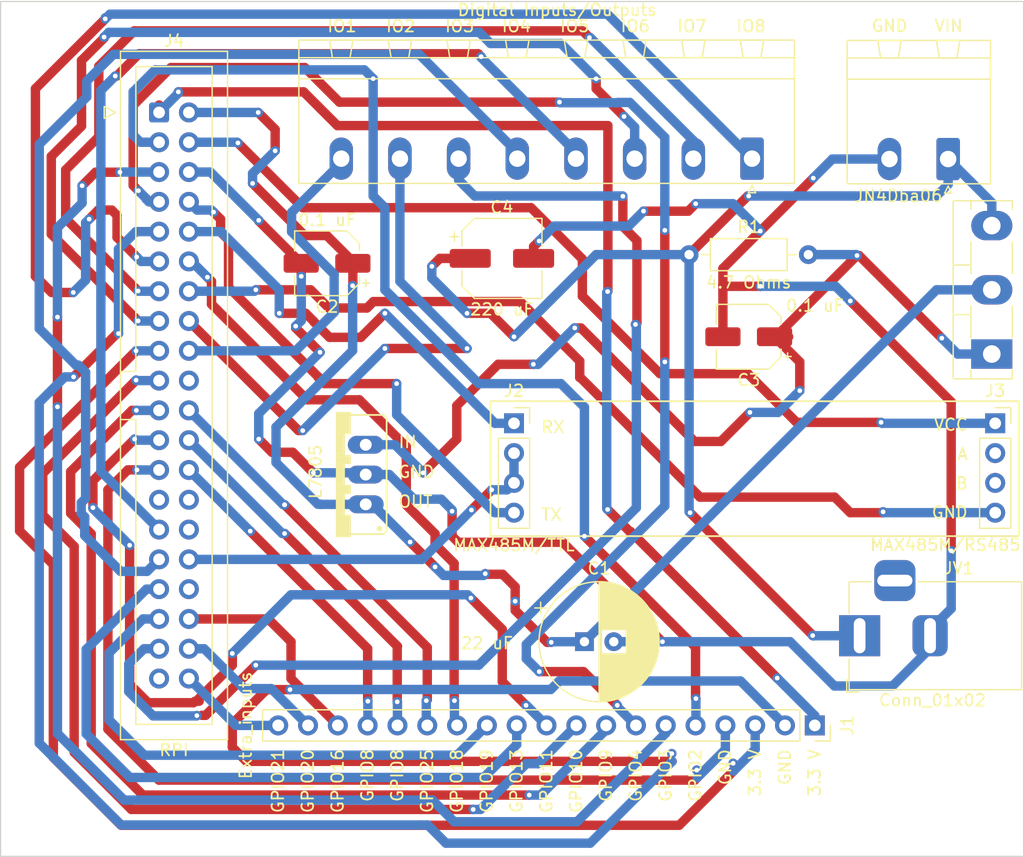
<source format=kicad_pcb>
(kicad_pcb (version 20211014) (generator pcbnew)
  (layers (0 "F.Cu" signal) (31 "B.Cu" signal) (34 "B.Paste" user) (35 "F.Paste" user) (36 "B.SilkS" user "B.Silkscreen") (37 "F.SilkS" user "F.Silkscreen") (38 "B.Mask" user) (39 "F.Mask" user) (44 "Edge.Cuts" user))
  (net 0 "")
  (net 1 "Net-(C4-Pad1)")
  (net 2 "Net-(C3-Pad1)")
  (net 3 "Net-(C1-Pad1)")
  (net 4 "Net-(J1-Pad1)")
  (net 5 "Net-(J1-Pad2)")
  (net 6 "Net-(J1-Pad3)")
  (net 7 "Net-(J1-Pad4)")
  (net 8 "Net-(J1-Pad5)")
  (net 9 "Net-(J1-Pad6)")
  (net 10 "Net-(J1-Pad7)")
  (net 11 "Net-(J1-Pad8)")
  (net 12 "Net-(J1-Pad9)")
  (net 13 "Net-(J1-Pad10)")
  (net 14 "Net-(J1-Pad11)")
  (net 15 "Net-(J1-Pad12)")
  (net 16 "Net-(J1-Pad13)")
  (net 17 "Net-(J1-Pad14)")
  (net 18 "Net-(J1-Pad15)")
  (net 19 "Net-(J1-Pad16)")
  (net 20 "Net-(J1-Pad17)")
  (net 21 "Net-(J1-Pad18)")
  (net 22 "Net-(J1-Pad19)")
  (net 23 "Net-(J2-Pad1)")
  (net 24 "Net-(J2-Pad2)")
  (net 25 "Net-(J2-Pad4)")
  (net 26 "Net-(J3-Pad1)")
  (net 29 "Net-(J3-Pad4)")
  (net 30 "Net-(J4-Pad11)")
  (net 31 "Net-(J4-Pad13)")
  (net 32 "Net-(J4-Pad15)")
  (net 33 "Net-(J4-Pad29)")
  (net 34 "Net-(J4-Pad31)")
  (net 35 "Net-(J4-Pad37)")
  (net 36 "Net-(J4-Pad16)")
  (net 37 "Net-(J4-Pad18)")
  (net 38 "Net-(C1-Pad2)")
  (footprint "AAAA:78XXS" (layer "F.Cu") (at 126.8279 96.74911 90)
    (fp_text reference "U1")
    (fp_text value "L7805")
  )
  (footprint "Package_TO_SOT_THT:TO-218-3_Vertical" (layer "F.Cu") (at 182.71 86.475 90)
    (fp_text reference "Q1")
    (fp_text value "TIP2955")
  )
  (footprint "Connector_Phoenix_MSTB:PhoenixContact_MSTBA_2,5_2-G_1x02_P5.00mm_Horizontal" (layer "F.Cu") (at 178.99 69.85 180)
    (fp_text reference "JN4Dba06")
    (fp_text value "Conn_01x02")
  )
  (footprint "Capacitor_THT:CP_Radial_D10.0mm_P2.50mm" (layer "F.Cu") (at 148 111)
    (fp_text reference "C1")
    (fp_text value "22 uF")
  )
  (footprint "Connector_IDC:IDC-Header_2x20_P2.54mm_Vertical" (layer "F.Cu") (at 111.76 65.88)
    (fp_text reference "J4")
    (fp_text value "RPI")
  )
  (footprint "Capacitor_SMD:CP_Elec_6.3x7.7" (layer "F.Cu") (at 140.97 78.32)
    (fp_text reference "C4")
    (fp_text value "220 uF")
  )
  (footprint "Capacitor_SMD:CP_Elec_5x3" (layer "F.Cu") (at 126.07 78.74 180)
    (fp_text reference "C2")
    (fp_text value "0.1 uF")
  )
  (footprint "Connector_PinSocket_2.54mm:PinSocket_1x04_P2.54mm_Vertical" (layer "F.Cu") (at 183 92.38)
    (fp_text reference "J3")
    (fp_text value "MAX485M/RS485")
  )
  (footprint "Connector_PinSocket_2.54mm:PinSocket_1x19_P2.54mm_Vertical" (layer "F.Cu") (at 167.63 118.135 -90)
    (fp_text reference "J1")
    (fp_text value "Extra_inputs")
  )
  (footprint "Connector_Phoenix_MSTB:PhoenixContact_MSTBA_2,5_8-G_1x08_P5.00mm_Horizontal" (layer "F.Cu") (at 162.28 69.8175 180)
    (fp_text reference "JIO-1")
    (fp_text value "Digital Inputs/Outputs")
  )
  (footprint "Resistor_THT:R_Axial_DIN0207_L6.3mm_D2.5mm_P10.16mm_Horizontal" (layer "F.Cu") (at 156.92 78)
    (fp_text reference "R1")
    (fp_text value "4.7 Ohms")
  )
  (footprint "Capacitor_SMD:CP_Elec_5x3" (layer "F.Cu") (at 162 85 180)
    (fp_text reference "C3")
    (fp_text value "0.1 uF")
  )
  (footprint "Connector_BarrelJack:BarrelJack_Horizontal" (layer "F.Cu") (at 171.45 110.49 180)
    (fp_text reference "JV1")
    (fp_text value "Conn_01x02")
  )
  (footprint "Connector_PinSocket_2.54mm:PinSocket_1x04_P2.54mm_Vertical" (layer "F.Cu") (at 142 92.38)
    (fp_text reference "J2")
    (fp_text value "MAX485M/TTL")
  )
  (gr_rect (start 140 90.5) (end 185 102) (layer "F.SilkS") (width 0.15) (fill none))
  (gr_rect (start 98.255 129.3) (end 185.42 56.42) (layer "Edge.Cuts") (width 0.1) (fill none))
  (gr_text "B" (at 180.75 97.5) (layer "F.SilkS") (effects (font (size 1 1)) (justify right)))
  (gr_text "IO5" (at 147.17 58.517324) (layer "F.SilkS") (effects (font (size 1 1))))
  (gr_text "GND" (at 174 58.5) (layer "F.SilkS") (effects (font (size 1 1))))
  (gr_text "VIN" (at 179.034137 58.502676) (layer "F.SilkS") (effects (font (size 1 1))))
  (gr_text "GPIO25" (at 134.59 120.07 90) (layer "F.SilkS") (effects (font (size 1 1)) (justify right)))
  (gr_text "GPIO20" (at 124.43 120.07 90) (layer "F.SilkS") (effects (font (size 1 1)) (justify right)))
  (gr_text "GND" (at 180.74648 99.975301) (layer "F.SilkS") (effects (font (size 1 1)) (justify right)))
  (gr_text "GPIO8" (at 132.05 120.07 90) (layer "F.SilkS") (effects (font (size 1 1)) (justify right)))
  (gr_text "GPIO4" (at 152.37 120.07 90) (layer "F.SilkS") (effects (font (size 1 1)) (justify right)))
  (gr_text "GPIO19" (at 139.67 120.07 90) (layer "F.SilkS") (effects (font (size 1 1)) (justify right)))
  (gr_text "GND" (at 165.07 120.07 90) (layer "F.SilkS") (effects (font (size 1 1)) (justify right)))
  (gr_text "IO2" (at 132.342734 58.52) (layer "F.SilkS") (effects (font (size 1 1))))
  (gr_text "VCC" (at 180.75 92.5) (layer "F.SilkS") (effects (font (size 1 1)) (justify right)))
  (gr_text "A" (at 180.74648 95) (layer "F.SilkS") (effects (font (size 1 1)) (justify right)))
  (gr_text "GPIO8" (at 129.51 120.07 90) (layer "F.SilkS") (effects (font (size 1 1)) (justify right)))
  (gr_text "IO7" (at 157.165863 58.517324) (layer "F.SilkS") (effects (font (size 1 1))))
  (gr_text "GPIO2" (at 157.45 120.07 90) (layer "F.SilkS") (effects (font (size 1 1)) (justify right)))
  (gr_text "GPIO3" (at 154.91 120.07 90) (layer "F.SilkS") (effects (font (size 1 1)) (justify right)))
  (gr_text "IO1" (at 127.34 58.52) (layer "F.SilkS") (effects (font (size 1 1))))
  (gr_text "GPIO16" (at 126.97 120.07 90) (layer "F.SilkS") (effects (font (size 1 1)) (justify right)))
  (gr_text "GND" (at 132.05884 96.52) (layer "F.SilkS") (effects (font (size 1 1)) (justify left)))
  (gr_text "GPIO13" (at 142.21 120.07 90) (layer "F.SilkS") (effects (font (size 1 1)) (justify right)))
  (gr_text "TX" (at 144.24648 100.172625) (layer "F.SilkS") (effects (font (size 1 1)) (justify left)))
  (gr_text "GPIO21" (at 121.89 120.07 90) (layer "F.SilkS") (effects (font (size 1 1)) (justify right)))
  (gr_text "IN" (at 132.08 93.98) (layer "F.SilkS") (effects (font (size 1 1)) (justify left)))
  (gr_text "RX" (at 144.25 92.697324) (layer "F.SilkS") (effects (font (size 1 1)) (justify left)))
  (gr_text "GPIO11" (at 144.75 120.07 90) (layer "F.SilkS") (effects (font (size 1 1)) (justify right)))
  (gr_text "IO6" (at 152.33 58.52) (layer "F.SilkS") (effects (font (size 1 1))))
  (gr_text "3.3 V" (at 167.61 120.07 90) (layer "F.SilkS") (effects (font (size 1 1)) (justify right)))
  (gr_text "OUT" (at 132.08 99.06) (layer "F.SilkS") (effects (font (size 1 1)) (justify left)))
  (gr_text "IO8" (at 162.2 58.52) (layer "F.SilkS") (effects (font (size 1 1))))
  (gr_text "GPIO10" (at 147.29 120.07 90) (layer "F.SilkS") (effects (font (size 1 1)) (justify right)))
  (gr_text "GPIO18" (at 137.13 120.07 90) (layer "F.SilkS") (effects (font (size 1 1)) (justify right)))
  (gr_text "GPIO9" (at 149.83 120.07 90) (layer "F.SilkS") (effects (font (size 1 1)) (justify right)))
  (gr_text "3.3 V" (at 162.53 120.07 90) (layer "F.SilkS") (effects (font (size 1 1)) (justify right)))
  (gr_text "IO3\n" (at 137.37 58.52) (layer "F.SilkS") (effects (font (size 1 1))))
  (gr_text "GND" (at 159.99 120.07 90) (layer "F.SilkS") (effects (font (size 1 1)) (justify right)))
  (gr_text "IO4" (at 142.21 58.52) (layer "F.SilkS") (effects (font (size 1 1))))
  (segment (start 161.92 73) (end 156.92 78) (width 0.8) (layer "F.Cu") (net 1))
  (segment (start 167.475 110.475) (end 167.45 110.475) (width 0.8) (layer "F.Cu") (net 1))
  (segment (start 167.49 110.49) (end 167.475 110.475) (width 0.8) (layer "F.Cu") (net 1))
  (segment (start 135.68 78.32) (end 138.27 78.32) (width 0.8) (layer "F.Cu") (net 1))
  (segment (start 135 79) (end 135.68 78.32) (width 0.8) (layer "F.Cu") (net 1))
  (segment (start 167.49 110.49) (end 157 100) (width 0.8) (layer "F.Cu") (net 1))
  (segment (start 140 83) (end 138 83) (width 0.8) (layer "F.Cu") (net 1))
  (segment (start 162 73) (end 161.92 73) (width 0.8) (layer "F.Cu") (net 1))
  (segment (start 142 85) (end 140 83) (width 0.8) (layer "F.Cu") (net 1))
  (via (at 162 73) (size 0.8) (drill 0.4) (layers "F.Cu" "B.Cu") (net 1))
  (via (at 142 85) (size 0.8) (drill 0.4) (layers "F.Cu" "B.Cu") (net 1))
  (via (at 135 79) (size 0.8) (drill 0.4) (layers "F.Cu" "B.Cu") (net 1))
  (via (at 157 100) (size 0.8) (drill 0.4) (layers "F.Cu" "B.Cu") (net 1))
  (via (at 167.45 110.475) (size 0.8) (drill 0.4) (layers "F.Cu" "B.Cu") (net 1))
  (via (at 138 83) (size 0.8) (drill 0.4) (layers "F.Cu" "B.Cu") (net 1))
  (segment (start 167.45 110.475) (end 167.465 110.49) (width 0.8) (layer "B.Cu") (net 1))
  (segment (start 138 83) (end 135 80) (width 0.8) (layer "B.Cu") (net 1))
  (segment (start 178 73) (end 162 73) (width 0.8) (layer "B.Cu") (net 1))
  (segment (start 167.465 110.49) (end 171.45 110.49) (width 0.8) (layer "B.Cu") (net 1))
  (segment (start 156.92 78) (end 149 78) (width 0.8) (layer "B.Cu") (net 1))
  (segment (start 149 78) (end 142 85) (width 0.8) (layer "B.Cu") (net 1))
  (segment (start 182.71 75.525) (end 182.71 73.57) (width 0.8) (layer "B.Cu") (net 1))
  (segment (start 156.92 99.92) (end 156.92 78) (width 0.8) (layer "B.Cu") (net 1))
  (segment (start 135 80) (end 135 79) (width 0.8) (layer "B.Cu") (net 1))
  (segment (start 178 73) (end 178.99 72.01) (width 0.8) (layer "B.Cu") (net 1))
  (segment (start 157 100) (end 156.92 99.92) (width 0.8) (layer "B.Cu") (net 1))
  (segment (start 178.99 72.01) (end 178.99 69.85) (width 0.8) (layer "B.Cu") (net 1))
  (segment (start 182.71 73.57) (end 178.99 69.85) (width 0.8) (layer "B.Cu") (net 1))
  (segment (start 164.2 85) (end 165.4 85) (width 0.8) (layer "F.Cu") (net 2))
  (segment (start 140.65 87.35) (end 143.65 87.35) (width 0.8) (layer "F.Cu") (net 2))
  (segment (start 164.3 85) (end 171.225 78.075) (width 0.8) (layer "F.Cu") (net 2))
  (segment (start 178.45 85.125) (end 171.4 78.075) (width 0.8) (layer "F.Cu") (net 2))
  (segment (start 137.125 93.725) (end 137.125 90.875) (width 0.8) (layer "F.Cu") (net 2))
  (segment (start 147.7 84.25) (end 157.375 93.925) (width 0.8) (layer "F.Cu") (net 2))
  (segment (start 147.175 84.25) (end 147.7 84.25) (width 0.8) (layer "F.Cu") (net 2))
  (segment (start 164.2 85) (end 164.3 85) (width 0.8) (layer "F.Cu") (net 2))
  (segment (start 134.25 96.6) (end 137.125 93.725) (width 0.8) (layer "F.Cu") (net 2))
  (segment (start 159.625 93.925) (end 162.1 91.45) (width 0.8) (layer "F.Cu") (net 2))
  (segment (start 171.4 78.075) (end 171.225 78.075) (width 0.8) (layer "F.Cu") (net 2))
  (segment (start 166.35 89.6) (end 166.35 87.15) (width 0.8) (layer "F.Cu") (net 2))
  (segment (start 157.375 93.925) (end 159.625 93.925) (width 0.8) (layer "F.Cu") (net 2))
  (segment (start 137.125 90.875) (end 140.65 87.35) (width 0.8) (layer "F.Cu") (net 2))
  (segment (start 166.35 87.15) (end 164.2 85) (width 0.8) (layer "F.Cu") (net 2))
  (via (at 143.65 87.35) (size 0.8) (drill 0.4) (layers "F.Cu" "B.Cu") (net 2))
  (via (at 162.1 91.45) (size 0.8) (drill 0.4) (layers "F.Cu" "B.Cu") (net 2))
  (via (at 171.225 78.075) (size 0.8) (drill 0.4) (layers "F.Cu" "B.Cu") (net 2))
  (via (at 178.45 85.125) (size 0.8) (drill 0.4) (layers "F.Cu" "B.Cu") (net 2))
  (via (at 166.35 89.6) (size 0.8) (drill 0.4) (layers "F.Cu" "B.Cu") (net 2))
  (via (at 134.25 96.6) (size 0.8) (drill 0.4) (layers "F.Cu" "B.Cu") (net 2))
  (via (at 147.175 84.25) (size 0.8) (drill 0.4) (layers "F.Cu" "B.Cu") (net 2))
  (segment (start 182.71 86.475) (end 179.8 86.475) (width 0.8) (layer "B.Cu") (net 2))
  (segment (start 162.1 91.45) (end 164.5 91.45) (width 0.8) (layer "B.Cu") (net 2))
  (segment (start 179.8 86.475) (end 178.45 85.125) (width 0.8) (layer "B.Cu") (net 2))
  (segment (start 147.15 84.25) (end 147.175 84.25) (width 0.8) (layer "B.Cu") (net 2))
  (segment (start 147.1 84.3) (end 147.15 84.25) (width 0.8) (layer "B.Cu") (net 2))
  (segment (start 131.85911 94.20911) (end 134.25 96.6) (width 0.8) (layer "B.Cu") (net 2))
  (segment (start 164.5 91.45) (end 166.35 89.6) (width 0.8) (layer "B.Cu") (net 2))
  (segment (start 144.05 87.35) (end 147.1 84.3) (width 0.8) (layer "B.Cu") (net 2))
  (segment (start 129.3679 94.20911) (end 131.85911 94.20911) (width 0.8) (layer "B.Cu") (net 2))
  (segment (start 171.15 78) (end 167.08 78) (width 0.8) (layer "B.Cu") (net 2))
  (segment (start 171.225 78.075) (end 171.15 78) (width 0.8) (layer "B.Cu") (net 2))
  (segment (start 143.65 87.35) (end 144.05 87.35) (width 0.8) (layer "B.Cu") (net 2))
  (segment (start 126.05 76.375) (end 124.25 76.375) (width 0.8) (layer "F.Cu") (net 3))
  (segment (start 142.1 106.325) (end 141.025 105.25) (width 0.8) (layer "F.Cu") (net 3))
  (segment (start 128.27 78.74) (end 128.27 78.595) (width 0.8) (layer "F.Cu") (net 3))
  (segment (start 128.27 80.63) (end 128.25 80.65) (width 0.8) (layer "F.Cu") (net 3))
  (segment (start 142.1 107.55) (end 142.1 106.325) (width 0.8) (layer "F.Cu") (net 3))
  (segment (start 128.27 78.595) (end 126.425 76.75) (width 0.8) (layer "F.Cu") (net 3))
  (segment (start 144.825 111.05) (end 145.175 111.05) (width 0.8) (layer "F.Cu") (net 3))
  (segment (start 139.6 105.25) (end 139.55 105.2) (width 0.8) (layer "F.Cu") (net 3))
  (segment (start 128.27 78.74) (end 128.27 80.63) (width 0.8) (layer "F.Cu") (net 3))
  (segment (start 126.425 76.75) (end 126.05 76.375) (width 0.8) (layer "F.Cu") (net 3))
  (segment (start 124.25 76.375) (end 124.175 76.375) (width 0.8) (layer "F.Cu") (net 3))
  (segment (start 141.025 105.25) (end 139.6 105.25) (width 0.8) (layer "F.Cu") (net 3))
  (segment (start 121.65 67.325) (end 120.205 65.88) (width 0.8) (layer "F.Cu") (net 3))
  (segment (start 124.175 76.375) (end 119.725 71.925) (width 0.8) (layer "F.Cu") (net 3))
  (segment (start 142.1 108.325) (end 144.825 111.05) (width 0.8) (layer "F.Cu") (net 3))
  (segment (start 135.275 104.625) (end 133.15 102.5) (width 0.8) (layer "F.Cu") (net 3))
  (segment (start 121.65 69.15) (end 121.65 67.325) (width 0.8) (layer "F.Cu") (net 3))
  (segment (start 142.1 107.55) (end 142.1 108.325) (width 0.8) (layer "F.Cu") (net 3))
  (via (at 121.65 69.15) (size 0.8) (drill 0.4) (layers "F.Cu" "B.Cu") (net 3))
  (via (at 133.15 102.5) (size 0.8) (drill 0.4) (layers "F.Cu" "B.Cu") (net 3))
  (via (at 142.1 107.55) (size 0.8) (drill 0.4) (layers "F.Cu" "B.Cu") (net 3))
  (via (at 120.205 65.88) (size 0.8) (drill 0.4) (layers "F.Cu" "B.Cu") (net 3))
  (via (at 128.25 80.65) (size 0.8) (drill 0.4) (layers "F.Cu" "B.Cu") (net 3))
  (via (at 145.175 111.05) (size 0.8) (drill 0.4) (layers "F.Cu" "B.Cu") (net 3))
  (via (at 135.275 104.625) (size 0.8) (drill 0.4) (layers "F.Cu" "B.Cu") (net 3))
  (via (at 139.55 105.2) (size 0.8) (drill 0.4) (layers "F.Cu" "B.Cu") (net 3))
  (via (at 119.725 71.925) (size 0.8) (drill 0.4) (layers "F.Cu" "B.Cu") (net 3))
  (segment (start 145.225 111) (end 148 111) (width 0.8) (layer "B.Cu") (net 3))
  (segment (start 136 105.35) (end 135.275 104.625) (width 0.8) (layer "B.Cu") (net 3))
  (segment (start 121.725 95.725) (end 125.275 99.275) (width 0.8) (layer "B.Cu") (net 3))
  (segment (start 128.25 86.175) (end 121.725 92.7) (width 0.8) (layer "B.Cu") (net 3))
  (segment (start 121.725 92.7) (end 121.725 95.725) (width 0.8) (layer "B.Cu") (net 3))
  (segment (start 128.25 80.65) (end 128.25 86.175) (width 0.8) (layer "B.Cu") (net 3))
  (segment (start 178 81) (end 148 111) (width 0.8) (layer "B.Cu") (net 3))
  (segment (start 119.725 71.925) (end 119.725 71.075) (width 0.8) (layer "B.Cu") (net 3))
  (segment (start 145.175 111.05) (end 145.225 111) (width 0.8) (layer "B.Cu") (net 3))
  (segment (start 119.725 71.075) (end 121.65 69.15) (width 0.8) (layer "B.Cu") (net 3))
  (segment (start 125.275 99.275) (end 125.5 99.275) (width 0.8) (layer "B.Cu") (net 3))
  (segment (start 129.3679 99.28911) (end 129.93911 99.28911) (width 0.8) (layer "B.Cu") (net 3))
  (segment (start 125.51411 99.28911) (end 129.3679 99.28911) (width 0.8) (layer "B.Cu") (net 3))
  (segment (start 125.5 99.275) (end 125.51411 99.28911) (width 0.8) (layer "B.Cu") (net 3))
  (segment (start 120.205 65.88) (end 114.3 65.88) (width 0.8) (layer "B.Cu") (net 3))
  (segment (start 182.71 81) (end 178 81) (width 0.8) (layer "B.Cu") (net 3))
  (segment (start 129.93911 99.28911) (end 133.15 102.5) (width 0.8) (layer "B.Cu") (net 3))
  (segment (start 139.55 105.2) (end 139.4 105.35) (width 0.8) (layer "B.Cu") (net 3))
  (segment (start 139.4 105.35) (end 136 105.35) (width 0.8) (layer "B.Cu") (net 3))
  (segment (start 149.975 81.15) (end 150 81.125) (width 0.8) (layer "F.Cu") (net 4))
  (segment (start 149.975 99.725) (end 151.85 101.6) (width 0.8) (layer "F.Cu") (net 4))
  (segment (start 151.925 101.6) (end 164.425 114.1) (width 0.8) (layer "F.Cu") (net 4))
  (segment (start 150 67) (end 126.952944 67) (width 0.8) (layer "F.Cu") (net 4))
  (segment (start 111.76 65.88) (end 111.76 65.24) (width 0.8) (layer "F.Cu") (net 4))
  (segment (start 124.077944 64.125) (end 113.4 64.125) (width 0.8) (layer "F.Cu") (net 4))
  (segment (start 126.952944 67) (end 124.077944 64.125) (width 0.8) (layer "F.Cu") (net 4))
  (segment (start 151.85 101.6) (end 151.925 101.6) (width 0.8) (layer "F.Cu") (net 4))
  (segment (start 150 81.125) (end 150 67) (width 0.8) (layer "F.Cu") (net 4))
  (via (at 149.975 81.15) (size 0.8) (drill 0.4) (layers "F.Cu" "B.Cu") (net 4))
  (via (at 113.4 64.125) (size 0.8) (drill 0.4) (layers "F.Cu" "B.Cu") (net 4))
  (via (at 164.425 114.1) (size 0.8) (drill 0.4) (layers "F.Cu" "B.Cu") (net 4))
  (via (at 149.975 99.725) (size 0.8) (drill 0.4) (layers "F.Cu" "B.Cu") (net 4))
  (segment (start 149.9 99.65) (end 149.9 81.225) (width 0.8) (layer "B.Cu") (net 4))
  (segment (start 164.425 114.1) (end 167.63 117.305) (width 0.8) (layer "B.Cu") (net 4))
  (segment (start 113.4 64.24) (end 111.76 65.88) (width 0.8) (layer "B.Cu") (net 4))
  (segment (start 149.975 99.725) (end 149.9 99.65) (width 0.8) (layer "B.Cu") (net 4))
  (segment (start 149.9 81.225) (end 149.975 81.15) (width 0.8) (layer "B.Cu") (net 4))
  (segment (start 113.4 64.125) (end 113.4 64.24) (width 0.8) (layer "B.Cu") (net 4))
  (segment (start 167.63 117.305) (end 167.63 118.135) (width 0.8) (layer "B.Cu") (net 4))
  (segment (start 122.915201 115.084799) (end 120.915201 115.084799) (width 0.8) (layer "F.Cu") (net 5))
  (segment (start 155.475 121.2) (end 119.2 121.2) (width 0.8) (layer "F.Cu") (net 5))
  (segment (start 108.175 84.725) (end 104.475 88.425) (width 0.8) (layer "F.Cu") (net 5))
  (segment (start 118 120) (end 118 118) (width 0.8) (layer "F.Cu") (net 5))
  (segment (start 120.915201 115.084799) (end 118 118) (width 0.8) (layer "F.Cu") (net 5))
  (segment (start 119.2 121.2) (end 118 120) (width 0.8) (layer "F.Cu") (net 5))
  (segment (start 108.3 84.725) (end 108.175 84.725) (width 0.8) (layer "F.Cu") (net 5))
  (via (at 108.3 84.725) (size 0.8) (drill 0.4) (layers "F.Cu" "B.Cu") (net 5))
  (via (at 155.445 120.54) (size 0.8) (drill 0.4) (layers "F.Cu" "B.Cu") (net 5))
  (via (at 104.475 88.425) (size 0.8) (drill 0.4) (layers "F.Cu" "B.Cu") (net 5))
  (via (at 122.915201 115.084799) (size 0.8) (drill 0.4) (layers "F.Cu" "B.Cu") (net 5))
  (segment (start 101.55 90.6) (end 101.55 119.65) (width 0.8) (layer "B.Cu") (net 5))
  (segment (start 109.785 76.04) (end 108.3 77.525) (width 0.8) (layer "B.Cu") (net 5))
  (segment (start 111.76 76.04) (end 109.785 76.04) (width 0.8) (layer "B.Cu") (net 5))
  (segment (start 161.305 114.35) (end 145.852082 114.35) (width 0.8) (layer "B.Cu") (net 5))
  (segment (start 104.475 88.425) (end 103.725 88.425) (width 0.8) (layer "B.Cu") (net 5))
  (segment (start 134 126.625) (end 134.65 126.625) (width 0.8) (layer "B.Cu") (net 5))
  (segment (start 108.3 77.525) (end 108.3 84.725) (width 0.8) (layer "B.Cu") (net 5))
  (segment (start 145.852082 114.35) (end 145.127082 115.075) (width 0.8) (layer "B.Cu") (net 5))
  (segment (start 103.725 88.425) (end 101.55 90.6) (width 0.8) (layer "B.Cu") (net 5))
  (segment (start 136.2 128.175) (end 148.5 128.175) (width 0.8) (layer "B.Cu") (net 5))
  (segment (start 165.09 118.135) (end 161.305 114.35) (width 0.8) (layer "B.Cu") (net 5))
  (segment (start 145.127082 115.075) (end 122.925 115.075) (width 0.8) (layer "B.Cu") (net 5))
  (segment (start 122.925 115.075) (end 122.915201 115.084799) (width 0.8) (layer "B.Cu") (net 5))
  (segment (start 148.5 128.175) (end 155.475 121.2) (width 0.8) (layer "B.Cu") (net 5))
  (segment (start 108.525 126.625) (end 134 126.625) (width 0.8) (layer "B.Cu") (net 5))
  (segment (start 134.65 126.625) (end 136.2 128.175) (width 0.8) (layer "B.Cu") (net 5))
  (segment (start 101.55 119.65) (end 108.525 126.625) (width 0.8) (layer "B.Cu") (net 5))
  (segment (start 102.75 120.875) (end 108.525 126.65) (width 0.8) (layer "F.Cu") (net 6))
  (segment (start 99.875 101.55) (end 102.75 104.425) (width 0.8) (layer "F.Cu") (net 6))
  (segment (start 108.525 126.65) (end 156.075 126.65) (width 0.8) (layer "F.Cu") (net 6))
  (segment (start 160.675 122) (end 160.7 122.025) (width 0.8) (layer "F.Cu") (net 6))
  (segment (start 156.075 126.65) (end 160.7 122.025) (width 0.8) (layer "F.Cu") (net 6))
  (segment (start 99.875 96.125) (end 99.875 101.55) (width 0.8) (layer "F.Cu") (net 6))
  (segment (start 102.75 104.425) (end 102.75 120.875) (width 0.8) (layer "F.Cu") (net 6))
  (segment (start 109.8 86.2) (end 99.875 96.125) (width 0.8) (layer "F.Cu") (net 6))
  (via (at 109.8 86.2) (size 0.8) (drill 0.4) (layers "F.Cu" "B.Cu") (net 6))
  (via (at 160.67 121.365) (size 0.8) (drill 0.4) (layers "F.Cu" "B.Cu") (net 6))
  (segment (start 111.76 86.2) (end 109.8 86.2) (width 0.8) (layer "B.Cu") (net 6))
  (segment (start 162.55 120.175) (end 162.55 118.135) (width 0.8) (layer "B.Cu") (net 6))
  (segment (start 160.7 122.025) (end 162.55 120.175) (width 0.8) (layer "B.Cu") (net 6))
  (segment (start 109.1 96.35) (end 107.4 98.05) (width 0.8) (layer "F.Cu") (net 7))
  (segment (start 157.4 122.8) (end 157.6 122.6) (width 0.8) (layer "F.Cu") (net 7))
  (segment (start 111.75 122.8) (end 157.4 122.8) (width 0.8) (layer "F.Cu") (net 7))
  (segment (start 109.875 96.35) (end 109.1 96.35) (width 0.8) (layer "F.Cu") (net 7))
  (segment (start 107.4 98.05) (end 107.4 118.45) (width 0.8) (layer "F.Cu") (net 7))
  (segment (start 107.4 118.45) (end 111.75 122.8) (width 0.8) (layer "F.Cu") (net 7))
  (via (at 109.875 96.35) (size 0.8) (drill 0.4) (layers "F.Cu" "B.Cu") (net 7))
  (via (at 157.57 121.94) (size 0.8) (drill 0.4) (layers "F.Cu" "B.Cu") (net 7))
  (segment (start 160.01 120.19) (end 157.6 122.6) (width 0.8) (layer "B.Cu") (net 7))
  (segment (start 111.76 96.36) (end 109.885 96.36) (width 0.8) (layer "B.Cu") (net 7))
  (segment (start 160.01 118.135) (end 160.01 120.19) (width 0.8) (layer "B.Cu") (net 7))
  (segment (start 109.885 96.36) (end 109.875 96.35) (width 0.8) (layer "B.Cu") (net 7))
  (segment (start 157.47 111.47) (end 157.47 115.82) (width 0.8) (layer "F.Cu") (net 8))
  (segment (start 157.47 115.82) (end 157.5 115.85) (width 0.8) (layer "F.Cu") (net 8))
  (segment (start 148 102) (end 157.47 111.47) (width 0.8) (layer "F.Cu") (net 8))
  (via (at 130 63) (size 0.8) (drill 0.4) (layers "F.Cu" "B.Cu") (net 8))
  (via (at 148 102) (size 0.8) (drill 0.4) (layers "F.Cu" "B.Cu") (net 8))
  (via (at 157.5 115.85) (size 0.8) (drill 0.4) (layers "F.Cu" "B.Cu") (net 8))
  (segment (start 157.5 118.105) (end 157.47 118.135) (width 0.8) (layer "B.Cu") (net 8))
  (segment (start 148 91) (end 148 102) (width 0.8) (layer "B.Cu") (net 8))
  (segment (start 130 73) (end 131 74) (width 0.8) (layer "B.Cu") (net 8))
  (segment (start 129.25 62.25) (end 130 63) (width 0.8) (layer "B.Cu") (net 8))
  (segment (start 109.55 67.8) (end 109.55 64.125) (width 0.8) (layer "B.Cu") (net 8))
  (segment (start 157.5 115.85) (end 157.5 118.105) (width 0.8) (layer "B.Cu") (net 8))
  (segment (start 146 89) (end 148 91) (width 0.8) (layer "B.Cu") (net 8))
  (segment (start 111.425 62.25) (end 129.25 62.25) (width 0.8) (layer "B.Cu") (net 8))
  (segment (start 139 89) (end 146 89) (width 0.8) (layer "B.Cu") (net 8))
  (segment (start 131 74) (end 131 81) (width 0.8) (layer "B.Cu") (net 8))
  (segment (start 110.17 68.42) (end 109.55 67.8) (width 0.8) (layer "B.Cu") (net 8))
  (segment (start 109.55 64.125) (end 111.425 62.25) (width 0.8) (layer "B.Cu") (net 8))
  (segment (start 111.76 68.42) (end 110.17 68.42) (width 0.8) (layer "B.Cu") (net 8))
  (segment (start 130 63) (end 130 73) (width 0.8) (layer "B.Cu") (net 8))
  (segment (start 131 81) (end 139 89) (width 0.8) (layer "B.Cu") (net 8))
  (segment (start 106.35 70.975) (end 105.2 72.125) (width 0.8) (layer "F.Cu") (net 9))
  (segment (start 103.1 83.325) (end 103.1 90.975) (width 0.8) (layer "F.Cu") (net 9))
  (segment (start 108.425 70.975) (end 106.35 70.975) (width 0.8) (layer "F.Cu") (net 9))
  (via (at 103.1 90.975) (size 0.8) (drill 0.4) (layers "F.Cu" "B.Cu") (net 9))
  (via (at 105.2 72.125) (size 0.8) (drill 0.4) (layers "F.Cu" "B.Cu") (net 9))
  (via (at 108.425 70.975) (size 0.8) (drill 0.4) (layers "F.Cu" "B.Cu") (net 9))
  (via (at 103.1 83.325) (size 0.8) (drill 0.4) (layers "F.Cu" "B.Cu") (net 9))
  (segment (start 103.1 118.825) (end 108.775 124.5) (width 0.8) (layer "B.Cu") (net 9))
  (segment (start 154.93 118.795) (end 154.93 118.135) (width 0.8) (layer "B.Cu") (net 9))
  (segment (start 147.375 126.35) (end 154.93 118.795) (width 0.8) (layer "B.Cu") (net 9))
  (segment (start 111.76 70.96) (end 108.44 70.96) (width 0.8) (layer "B.Cu") (net 9))
  (segment (start 103.1 83.325) (end 103.1 75.7) (width 0.8) (layer "B.Cu") (net 9))
  (segment (start 154.95 118.155) (end 154.93 118.135) (width 0.8) (layer "B.Cu") (net 9))
  (segment (start 154.95 118.775) (end 154.95 118.155) (width 0.8) (layer "B.Cu") (net 9))
  (segment (start 108.775 124.5) (end 135.05 124.5) (width 0.8) (layer "B.Cu") (net 9))
  (segment (start 105.2 73.6) (end 105.2 72.125) (width 0.8) (layer "B.Cu") (net 9))
  (segment (start 135.05 124.5) (end 136.9 126.35) (width 0.8) (layer "B.Cu") (net 9))
  (segment (start 136.9 126.35) (end 147.375 126.35) (width 0.8) (layer "B.Cu") (net 9))
  (segment (start 103.1 90.975) (end 103.1 118.825) (width 0.8) (layer "B.Cu") (net 9))
  (segment (start 103.1 75.7) (end 105.2 73.6) (width 0.8) (layer "B.Cu") (net 9))
  (segment (start 108.44 70.96) (end 108.425 70.975) (width 0.8) (layer "B.Cu") (net 9))
  (segment (start 112.775 62.05) (end 124.175 62.05) (width 0.8) (layer "F.Cu") (net 10))
  (segment (start 154.85 75.925) (end 154.85 87.15) (width 0.8) (layer "F.Cu") (net 10))
  (segment (start 124.175 62.05) (end 127.125 65) (width 0.8) (layer "F.Cu") (net 10))
  (segment (start 109.55 72.1) (end 109.55 65.275) (width 0.8) (layer "F.Cu") (net 10))
  (segment (start 127.125 65) (end 145.875 65) (width 0.8) (layer "F.Cu") (net 10))
  (segment (start 147.925 113.55) (end 150.8 116.425) (width 0.8) (layer "F.Cu") (net 10))
  (segment (start 109.55 65.275) (end 112.775 62.05) (width 0.8) (layer "F.Cu") (net 10))
  (segment (start 110 72.55) (end 109.55 72.1) (width 0.8) (layer "F.Cu") (net 10))
  (segment (start 144.15 113.55) (end 147.925 113.55) (width 0.8) (layer "F.Cu") (net 10))
  (via (at 150.8 116.425) (size 0.8) (drill 0.4) (layers "F.Cu" "B.Cu") (net 10))
  (via (at 144.15 113.55) (size 0.8) (drill 0.4) (layers "F.Cu" "B.Cu") (net 10))
  (via (at 145.875 65) (size 0.8) (drill 0.4) (layers "F.Cu" "B.Cu") (net 10))
  (via (at 154.85 75.925) (size 0.8) (drill 0.4) (layers "F.Cu" "B.Cu") (net 10))
  (via (at 110 72.55) (size 0.8) (drill 0.4) (layers "F.Cu" "B.Cu") (net 10))
  (via (at 154.85 87.15) (size 0.8) (drill 0.4) (layers "F.Cu" "B.Cu") (net 10))
  (segment (start 154.85 73.775) (end 154.85 75.925) (width 0.8) (layer "B.Cu") (net 10))
  (segment (start 154.85 87.15) (end 154.85 99.425) (width 0.8) (layer "B.Cu") (net 10))
  (segment (start 154.85 68.002944) (end 154.85 73.775) (width 0.8) (layer "B.Cu") (net 10))
  (segment (start 150.8 116.425) (end 150.8 116.545) (width 0.8) (layer "B.Cu") (net 10))
  (segment (start 110 72.55) (end 110.65 73.2) (width 0.8) (layer "B.Cu") (net 10))
  (segment (start 143.05 111.225) (end 143.05 112.45) (width 0.8) (layer "B.Cu") (net 10))
  (segment (start 150.852944 65.05) (end 150.877944 65.025) (width 0.8) (layer "B.Cu") (net 10))
  (segment (start 145.925 65.05) (end 150.852944 65.05) (width 0.8) (layer "B.Cu") (net 10))
  (segment (start 110.65 73.25) (end 110.9 73.5) (width 0.8) (layer "B.Cu") (net 10))
  (segment (start 150.877944 65.025) (end 151.872056 65.025) (width 0.8) (layer "B.Cu") (net 10))
  (segment (start 150.8 116.545) (end 152.39 118.135) (width 0.8) (layer "B.Cu") (net 10))
  (segment (start 151.872056 65.025) (end 154.85 68.002944) (width 0.8) (layer "B.Cu") (net 10))
  (segment (start 110.9 73.5) (end 111.76 73.5) (width 0.8) (layer "B.Cu") (net 10))
  (segment (start 154.85 99.425) (end 143.05 111.225) (width 0.8) (layer "B.Cu") (net 10))
  (segment (start 143.05 112.45) (end 144.15 113.55) (width 0.8) (layer "B.Cu") (net 10))
  (segment (start 145.875 65) (end 145.925 65.05) (width 0.8) (layer "B.Cu") (net 10))
  (segment (start 110.65 73.2) (end 110.65 73.25) (width 0.8) (layer "B.Cu") (net 10))
  (segment (start 105.975 119.675) (end 105.975 101.8) (width 0.8) (layer "F.Cu") (net 11))
  (segment (start 110.375 124.075) (end 105.975 119.675) (width 0.8) (layer "F.Cu") (net 11))
  (segment (start 104.225 100.05) (end 104.225 96.5) (width 0.8) (layer "F.Cu") (net 11))
  (segment (start 109.45 91.275) (end 109.825 91.275) (width 0.8) (layer "F.Cu") (net 11))
  (segment (start 104.225 96.5) (end 109.45 91.275) (width 0.8) (layer "F.Cu") (net 11))
  (segment (start 143.3 124.075) (end 110.375 124.075) (width 0.8) (layer "F.Cu") (net 11))
  (segment (start 105.975 101.8) (end 104.225 100.05) (width 0.8) (layer "F.Cu") (net 11))
  (via (at 109.825 91.275) (size 0.8) (drill 0.4) (layers "F.Cu" "B.Cu") (net 11))
  (via (at 143.3 124.075) (size 0.8) (drill 0.4) (layers "F.Cu" "B.Cu") (net 11))
  (segment (start 143.3 124.075) (end 144.275 124.075) (width 0.8) (layer "B.Cu") (net 11))
  (segment (start 149.85 118.5) (end 149.85 118.135) (width 0.8) (layer "B.Cu") (net 11))
  (segment (start 111.76 91.28) (end 109.83 91.28) (width 0.8) (layer "B.Cu") (net 11))
  (segment (start 109.83 91.28) (end 109.825 91.275) (width 0.8) (layer "B.Cu") (net 11))
  (segment (start 144.275 124.075) (end 149.85 118.5) (width 0.8) (layer "B.Cu") (net 11))
  (segment (start 104.525 102.875) (end 101.85 100.2) (width 0.8) (layer "F.Cu") (net 12))
  (segment (start 101.85 96.65) (end 109.8 88.7) (width 0.8) (layer "F.Cu") (net 12))
  (segment (start 104.525 120.425) (end 104.525 102.875) (width 0.8) (layer "F.Cu") (net 12))
  (segment (start 101.85 100.2) (end 101.85 96.65) (width 0.8) (layer "F.Cu") (net 12))
  (segment (start 138.525 125.3) (end 109.4 125.3) (width 0.8) (layer "F.Cu") (net 12))
  (segment (start 109.4 125.3) (end 104.525 120.425) (width 0.8) (layer "F.Cu") (net 12))
  (via (at 138.525 125.3) (size 0.8) (drill 0.4) (layers "F.Cu" "B.Cu") (net 12))
  (via (at 109.8 88.7) (size 0.8) (drill 0.4) (layers "F.Cu" "B.Cu") (net 12))
  (segment (start 138.525 125.3) (end 139.15 125.3) (width 0.8) (layer "B.Cu") (net 12))
  (segment (start 139.15 125.3) (end 143.05 121.4) (width 0.8) (layer "B.Cu") (net 12))
  (segment (start 143.05 121.4) (end 144.045 121.4) (width 0.8) (layer "B.Cu") (net 12))
  (segment (start 144.045 121.4) (end 147.31 118.135) (width 0.8) (layer "B.Cu") (net 12))
  (segment (start 111.76 88.74) (end 109.84 88.74) (width 0.8) (layer "B.Cu") (net 12))
  (segment (start 109.84 88.74) (end 109.8 88.7) (width 0.8) (layer "B.Cu") (net 12))
  (segment (start 141 109.95) (end 141 114.4) (width 0.8) (layer "F.Cu") (net 13))
  (segment (start 114.7 116.2) (end 114.825 116.075) (width 0.8) (layer "F.Cu") (net 13))
  (segment (start 109.25 102.775) (end 109.25 114.625) (width 0.8) (layer "F.Cu") (net 13))
  (segment (start 109.25 114.625) (end 110.825 116.2) (width 0.8) (layer "F.Cu") (net 13))
  (segment (start 110.825 116.2) (end 114.7 116.2) (width 0.8) (layer "F.Cu") (net 13))
  (segment (start 138.325 107.275) (end 141 109.95) (width 0.8) (layer "F.Cu") (net 13))
  (segment (start 111.76 94.24) (end 111.76 93.82) (width 0.8) (layer "F.Cu") (net 13))
  (segment (start 106.125 97.275) (end 109.675 93.725) (width 0.8) (layer "F.Cu") (net 13))
  (segment (start 141 114.4) (end 143.025 116.425) (width 0.8) (layer "F.Cu") (net 13))
  (segment (start 114.825 116.075) (end 115.175 116.075) (width 0.8) (layer "F.Cu") (net 13))
  (segment (start 106.125 99.575) (end 106.125 97.275) (width 0.8) (layer "F.Cu") (net 13))
  (segment (start 118 112) (end 118 113) (width 0.8) (layer "F.Cu") (net 13))
  (segment (start 118 113) (end 115 116) (width 0.8) (layer "F.Cu") (net 13))
  (via (at 118 112) (size 0.8) (drill 0.4) (layers "F.Cu" "B.Cu") (net 13))
  (via (at 109.25 102.775) (size 0.8) (drill 0.4) (layers "F.Cu" "B.Cu") (net 13))
  (via (at 109.675 93.725) (size 0.8) (drill 0.4) (layers "F.Cu" "B.Cu") (net 13))
  (via (at 138.325 107.275) (size 0.8) (drill 0.4) (layers "F.Cu" "B.Cu") (net 13))
  (via (at 106.125 99.575) (size 0.8) (drill 0.4) (layers "F.Cu" "B.Cu") (net 13))
  (via (at 143.025 116.425) (size 0.8) (drill 0.4) (layers "F.Cu" "B.Cu") (net 13))
  (segment (start 138.325 107.275) (end 138.05 107) (width 0.8) (layer "B.Cu") (net 13))
  (segment (start 106.125 99.575) (end 106.125 99.65) (width 0.8) (layer "B.Cu") (net 13))
  (segment (start 106.125 99.65) (end 109.25 102.775) (width 0.8) (layer "B.Cu") (net 13))
  (segment (start 111.76 93.82) (end 109.77 93.82) (width 0.8) (layer "B.Cu") (net 13))
  (segment (start 109.77 93.82) (end 109.675 93.725) (width 0.8) (layer "B.Cu") (net 13))
  (segment (start 123 107) (end 118 112) (width 0.8) (layer "B.Cu") (net 13))
  (segment (start 143.06 116.425) (end 144.77 118.135) (width 0.8) (layer "B.Cu") (net 13))
  (segment (start 138.05 107) (end 123 107) (width 0.8) (layer "B.Cu") (net 13))
  (segment (start 143.025 116.425) (end 143.06 116.425) (width 0.8) (layer "B.Cu") (net 13))
  (segment (start 105.55 118.85) (end 109.275 122.575) (width 0.8) (layer "B.Cu") (net 14))
  (segment (start 111.76 106.52) (end 110.68 106.52) (width 0.8) (layer "B.Cu") (net 14))
  (segment (start 109.275 122.575) (end 139.425 122.575) (width 0.8) (layer "B.Cu") (net 14))
  (segment (start 142.23 119.77) (end 142.23 118.135) (width 0.8) (layer "B.Cu") (net 14))
  (segment (start 139.425 122.575) (end 142.23 119.77) (width 0.8) (layer "B.Cu") (net 14))
  (segment (start 105.55 111.65) (end 105.55 118.85) (width 0.8) (layer "B.Cu") (net 14))
  (segment (start 110.68 106.52) (end 105.55 111.65) (width 0.8) (layer "B.Cu") (net 14))
  (segment (start 137.15 120.675) (end 139.69 118.135) (width 0.8) (layer "B.Cu") (net 15))
  (segment (start 107.5 111.95) (end 107.5 117.675) (width 0.8) (layer "B.Cu") (net 15))
  (segment (start 110.5 120.675) (end 137.15 120.675) (width 0.8) (layer "B.Cu") (net 15))
  (segment (start 111.76 109.06) (end 110.39 109.06) (width 0.8) (layer "B.Cu") (net 15))
  (segment (start 110.39 109.06) (end 107.5 111.95) (width 0.8) (layer "B.Cu") (net 15))
  (segment (start 107.5 117.675) (end 110.5 120.675) (width 0.8) (layer "B.Cu") (net 15))
  (segment (start 136.9 116) (end 136.925 116.025) (width 0.8) (layer "F.Cu") (net 16))
  (segment (start 116.225 82.225) (end 124.375 90.375) (width 0.8) (layer "F.Cu") (net 16))
  (segment (start 116.225 80.275) (end 116.225 82.225) (width 0.8) (layer "F.Cu") (net 16))
  (segment (start 136.9 117.885) (end 137.15 118.135) (width 0.8) (layer "F.Cu") (net 16))
  (segment (start 115.875 79.925) (end 116.225 80.275) (width 0.8) (layer "F.Cu") (net 16))
  (segment (start 136.9 104.325) (end 136.9 116) (width 0.8) (layer "F.Cu") (net 16))
  (segment (start 135.275 101.8) (end 135.275 102.7) (width 0.8) (layer "F.Cu") (net 16))
  (segment (start 132.825 99.35) (end 135.275 101.8) (width 0.8) (layer "F.Cu") (net 16))
  (segment (start 128.825 90.375) (end 132.825 94.375) (width 0.8) (layer "F.Cu") (net 16))
  (segment (start 124.375 90.375) (end 128.825 90.375) (width 0.8) (layer "F.Cu") (net 16))
  (segment (start 135.275 102.7) (end 136.9 104.325) (width 0.8) (layer "F.Cu") (net 16))
  (segment (start 132.825 94.375) (end 132.825 99.35) (width 0.8) (layer "F.Cu") (net 16))
  (via (at 115.875 79.925) (size 0.8) (drill 0.4) (layers "F.Cu" "B.Cu") (net 16))
  (via (at 136.925 116.025) (size 0.8) (drill 0.4) (layers "F.Cu" "B.Cu") (net 16))
  (segment (start 115.875 79.925) (end 114.53 78.58) (width 0.8) (layer "B.Cu") (net 16))
  (segment (start 136.925 116.025) (end 136.925 117.91) (width 0.8) (layer "B.Cu") (net 16))
  (segment (start 136.925 117.91) (end 137.15 118.135) (width 0.8) (layer "B.Cu") (net 16))
  (segment (start 114.53 78.58) (end 114.3 78.58) (width 0.8) (layer "B.Cu") (net 16))
  (segment (start 134.61 111.59) (end 134.61 111.485) (width 0.8) (layer "F.Cu") (net 17))
  (segment (start 134.61 115.94) (end 134.525 116.025) (width 0.8) (layer "F.Cu") (net 17))
  (segment (start 134.61 111.59) (end 134.61 115.94) (width 0.8) (layer "F.Cu") (net 17))
  (segment (start 134.61 111.485) (end 122.45 99.325) (width 0.8) (layer "F.Cu") (net 17))
  (via (at 122.45 99.325) (size 0.8) (drill 0.4) (layers "F.Cu" "B.Cu") (net 17))
  (via (at 134.525 116.025) (size 0.8) (drill 0.4) (layers "F.Cu" "B.Cu") (net 17))
  (via (at 122.45 99.325) (size 0.8) (drill 0.4) (layers "F.Cu" "B.Cu") (net 17))
  (segment (start 122.45 99.325) (end 122.345 99.325) (width 0.8) (layer "B.Cu") (net 17))
  (segment (start 134.525 116.025) (end 134.525 118.05) (width 0.8) (layer "B.Cu") (net 17))
  (segment (start 134.525 118.05) (end 134.61 118.135) (width 0.8) (layer "B.Cu") (net 17))
  (segment (start 122.345 99.325) (end 114.3 91.28) (width 0.8) (layer "B.Cu") (net 17))
  (segment (start 122.45 101.775) (end 132.07 111.395) (width 0.8) (layer "F.Cu") (net 18))
  (segment (start 132.05 116.125) (end 132.05 111.415) (width 0.8) (layer "F.Cu") (net 18))
  (segment (start 132.05 111.415) (end 132.07 111.395) (width 0.8) (layer "F.Cu") (net 18))
  (via (at 122.45 101.775) (size 0.8) (drill 0.4) (layers "F.Cu" "B.Cu") (net 18))
  (via (at 132.05 116.125) (size 0.8) (drill 0.4) (layers "F.Cu" "B.Cu") (net 18))
  (segment (start 132.07 118.135) (end 132.07 116.145) (width 0.8) (layer "B.Cu") (net 18))
  (segment (start 114.3 93.82) (end 122.255 101.775) (width 0.8) (layer "B.Cu") (net 18))
  (segment (start 132.07 116.145) (end 132.05 116.125) (width 0.8) (layer "B.Cu") (net 18))
  (segment (start 122.255 101.775) (end 122.45 101.775) (width 0.8) (layer "B.Cu") (net 18))
  (segment (start 129.53 116.055) (end 129.55 116.075) (width 0.8) (layer "F.Cu") (net 19))
  (segment (start 129.53 111.59) (end 119.525 101.585) (width 0.8) (layer "F.Cu") (net 19))
  (segment (start 119.525 101.585) (end 119.525 101.575) (width 0.8) (layer "F.Cu") (net 19))
  (segment (start 129.53 111.59) (end 129.53 116.055) (width 0.8) (layer "F.Cu") (net 19))
  (via (at 129.55 116.075) (size 0.8) (drill 0.4) (layers "F.Cu" "B.Cu") (net 19))
  (via (at 119.525 101.575) (size 0.8) (drill 0.4) (layers "F.Cu" "B.Cu") (net 19))
  (segment (start 119.515 101.575) (end 114.3 96.36) (width 0.8) (layer "B.Cu") (net 19))
  (segment (start 119.525 101.575) (end 119.515 101.575) (width 0.8) (layer "B.Cu") (net 19))
  (segment (start 129.55 116.075) (end 129.55 118.115) (width 0.8) (layer "B.Cu") (net 19))
  (segment (start 129.55 118.115) (end 129.53 118.135) (width 0.8) (layer "B.Cu") (net 19))
  (segment (start 123 111) (end 121.06 109.06) (width 0.8) (layer "F.Cu") (net 20))
  (segment (start 121.06 109.06) (end 114.3 109.06) (width 0.8) (layer "F.Cu") (net 20))
  (segment (start 123 114.145) (end 123 111) (width 0.8) (layer "F.Cu") (net 20))
  (segment (start 126.99 118.135) (end 123 114.145) (width 0.8) (layer "F.Cu") (net 20))
  (segment (start 119 115) (end 115.6 111.6) (width 0.8) (layer "B.Cu") (net 21))
  (segment (start 115.6 111.6) (end 114.3 111.6) (width 0.8) (layer "B.Cu") (net 21))
  (segment (start 124.45 118.135) (end 121.315 115) (width 0.8) (layer "B.Cu") (net 21))
  (segment (start 121.315 115) (end 119 115) (width 0.8) (layer "B.Cu") (net 21))
  (segment (start 118.295 118.135) (end 121.91 118.135) (width 0.8) (layer "B.Cu") (net 22))
  (segment (start 114.3 114.14) (end 118.295 118.135) (width 0.8) (layer "B.Cu") (net 22))
  (segment (start 131 83) (end 128.95 85.05) (width 0.8) (layer "F.Cu") (net 23))
  (segment (start 124.95 83.7) (end 124.25 83) (width 0.8) (layer "F.Cu") (net 23))
  (segment (start 124.25 83) (end 122 83) (width 0.8) (layer "F.Cu") (net 23))
  (segment (start 124.95 83.725) (end 124.95 83.7) (width 0.8) (layer "F.Cu") (net 23))
  (segment (start 126.275 85.05) (end 124.95 83.725) (width 0.8) (layer "F.Cu") (net 23))
  (segment (start 128.95 85.05) (end 126.275 85.05) (width 0.8) (layer "F.Cu") (net 23))
  (via (at 131 83) (size 0.8) (drill 0.4) (layers "F.Cu" "B.Cu") (net 23))
  (via (at 122 83) (size 0.8) (drill 0.4) (layers "F.Cu" "B.Cu") (net 23))
  (segment (start 117.04 76.04) (end 114.3 76.04) (width 0.8) (layer "B.Cu") (net 23))
  (segment (start 122 81) (end 117.04 76.04) (width 0.8) (layer "B.Cu") (net 23))
  (segment (start 122 83) (end 122 81) (width 0.8) (layer "B.Cu") (net 23))
  (segment (start 142 92.38) (end 140.38 92.38) (width 0.8) (layer "B.Cu") (net 23))
  (segment (start 140.38 92.38) (end 131 83) (width 0.8) (layer "B.Cu") (net 23))
  (segment (start 138.375 99.775) (end 140.1 98.05) (width 0.8) (layer "F.Cu") (net 24))
  (via (at 138.375 99.775) (size 0.8) (drill 0.4) (layers "F.Cu" "B.Cu") (net 24))
  (via (at 140.1 98.05) (size 0.8) (drill 0.4) (layers "F.Cu" "B.Cu") (net 24))
  (via (at 142 97.46) (size 0.8) (drill 0.4) (layers "F.Cu" "B.Cu") (net 24))
  (segment (start 140.1 98.05) (end 141.41 98.05) (width 0.8) (layer "B.Cu") (net 24))
  (segment (start 114.3 103.98) (end 134.17 103.98) (width 0.8) (layer "B.Cu") (net 24))
  (segment (start 134.17 103.98) (end 138.375 99.775) (width 0.8) (layer "B.Cu") (net 24))
  (segment (start 141.41 98.05) (end 142 97.46) (width 0.8) (layer "B.Cu") (net 24))
  (segment (start 142 97.46) (end 142 94.92) (width 0.8) (layer "B.Cu") (net 24))
  (segment (start 125.325 88.475) (end 125.85 89) (width 0.8) (layer "F.Cu") (net 25))
  (segment (start 125.85 89) (end 132 89) (width 0.8) (layer "F.Cu") (net 25))
  (segment (start 125.325 88.425) (end 125.325 88.475) (width 0.8) (layer "F.Cu") (net 25))
  (segment (start 117 74.975) (end 117 76.075) (width 0.8) (layer "F.Cu") (net 25))
  (segment (start 117.675 76.75) (end 117.675 80.775) (width 0.8) (layer "F.Cu") (net 25))
  (segment (start 117.675 80.775) (end 125.325 88.425) (width 0.8) (layer "F.Cu") (net 25))
  (segment (start 117 76.075) (end 117.675 76.75) (width 0.8) (layer "F.Cu") (net 25))
  (segment (start 116.4 74.375) (end 117 74.975) (width 0.8) (layer "F.Cu") (net 25))
  (via (at 116.4 74.375) (size 0.8) (drill 0.4) (layers "F.Cu" "B.Cu") (net 25))
  (via (at 132 89) (size 0.8) (drill 0.4) (layers "F.Cu" "B.Cu") (net 25))
  (segment (start 140.35 100) (end 132 91.65) (width 0.8) (layer "B.Cu") (net 25))
  (segment (start 116.4 74.375) (end 116.225 74.2) (width 0.8) (layer "B.Cu") (net 25))
  (segment (start 132 91.65) (end 132 89) (width 0.8) (layer "B.Cu") (net 25))
  (segment (start 142 100) (end 140.35 100) (width 0.8) (layer "B.Cu") (net 25))
  (segment (start 116.225 74.2) (end 115 74.2) (width 0.8) (layer "B.Cu") (net 25))
  (segment (start 115 74.2) (end 114.3 73.5) (width 0.8) (layer "B.Cu") (net 25))
  (segment (start 154.435786 88.15) (end 161.925 88.15) (width 0.8) (layer "F.Cu") (net 26))
  (segment (start 124 74) (end 143.45 74) (width 0.8) (layer "F.Cu") (net 26))
  (segment (start 166.075 92.3) (end 173.275 92.3) (width 0.8) (layer "F.Cu") (net 26))
  (segment (start 143.45 74) (end 147.825 78.375) (width 0.8) (layer "F.Cu") (net 26))
  (segment (start 147.825 81.539214) (end 154.435786 88.15) (width 0.8) (layer "F.Cu") (net 26))
  (segment (start 118.475 68.475) (end 124 74) (width 0.8) (layer "F.Cu") (net 26))
  (segment (start 147.825 78.375) (end 147.825 81.539214) (width 0.8) (layer "F.Cu") (net 26))
  (segment (start 161.925 88.15) (end 166.075 92.3) (width 0.8) (layer "F.Cu") (net 26))
  (via (at 118.475 68.475) (size 0.8) (drill 0.4) (layers "F.Cu" "B.Cu") (net 26))
  (via (at 173.275 92.3) (size 0.8) (drill 0.4) (layers "F.Cu" "B.Cu") (net 26))
  (segment (start 173.275 92.3) (end 173.355 92.38) (width 0.8) (layer "B.Cu") (net 26))
  (segment (start 173.355 92.38) (end 183 92.38) (width 0.8) (layer "B.Cu") (net 26))
  (segment (start 118.42 68.42) (end 114.3 68.42) (width 0.8) (layer "B.Cu") (net 26))
  (segment (start 118.475 68.475) (end 118.42 68.42) (width 0.8) (layer "B.Cu") (net 26))
  (segment (start 173.45 99.925) (end 173.375 100) (width 0.8) (layer "F.Cu") (net 29))
  (segment (start 173.375 100) (end 170.65 100) (width 0.8) (layer "F.Cu") (net 29))
  (segment (start 147.65 88.475) (end 147.6 88.475) (width 0.8) (layer "F.Cu") (net 29))
  (segment (start 170.65 100) (end 169.325 98.675) (width 0.8) (layer "F.Cu") (net 29))
  (segment (start 126.225 82.55) (end 124.675 81) (width 0.8) (layer "F.Cu") (net 29))
  (segment (start 124.675 81) (end 120 81) (width 0.8) (layer "F.Cu") (net 29))
  (segment (start 129.475 82.55) (end 126.225 82.55) (width 0.8) (layer "F.Cu") (net 29))
  (segment (start 147.6 87.075) (end 142.525 82) (width 0.8) (layer "F.Cu") (net 29))
  (segment (start 142.525 82) (end 130.025 82) (width 0.8) (layer "F.Cu") (net 29))
  (segment (start 169.325 98.675) (end 157.85 98.675) (width 0.8) (layer "F.Cu") (net 29))
  (segment (start 147.6 88.475) (end 147.6 87.075) (width 0.8) (layer "F.Cu") (net 29))
  (segment (start 130.025 82) (end 129.475 82.55) (width 0.8) (layer "F.Cu") (net 29))
  (segment (start 157.85 98.675) (end 147.65 88.475) (width 0.8) (layer "F.Cu") (net 29))
  (via (at 120 81) (size 0.8) (drill 0.4) (layers "F.Cu" "B.Cu") (net 29))
  (via (at 173.45 99.925) (size 0.8) (drill 0.4) (layers "F.Cu" "B.Cu") (net 29))
  (segment (start 120 81) (end 119.88 81.12) (width 0.8) (layer "B.Cu") (net 29))
  (segment (start 119.88 81.12) (end 114.3 81.12) (width 0.8) (layer "B.Cu") (net 29))
  (segment (start 173.525 100) (end 183 100) (width 0.8) (layer "B.Cu") (net 29))
  (segment (start 173.45 99.925) (end 173.525 100) (width 0.8) (layer "B.Cu") (net 29))
  (segment (start 108.175 74.65) (end 108.175 76.525) (width 0.8) (layer "F.Cu") (net 30))
  (segment (start 105.8005 74.975) (end 106.5755 74.2) (width 0.8) (layer "F.Cu") (net 30))
  (segment (start 107.175 57.9) (end 101.225 63.85) (width 0.8) (layer "F.Cu") (net 30))
  (segment (start 101.225 79.85) (end 102.6 81.225) (width 0.8) (layer "F.Cu") (net 30))
  (segment (start 102.6 81.225) (end 104.45 81.225) (width 0.8) (layer "F.Cu") (net 30))
  (segment (start 106.5755 74.2) (end 107.725 74.2) (width 0.8) (layer "F.Cu") (net 30))
  (segment (start 101.225 63.85) (end 101.225 79.85) (width 0.8) (layer "F.Cu") (net 30))
  (segment (start 162.28 69.8175) (end 161.8175 69.8175) (width 0.8) (layer "F.Cu") (net 30))
  (segment (start 107.725 74.2) (end 108.175 74.65) (width 0.8) (layer "F.Cu") (net 30))
  (segment (start 108.175 76.525) (end 109.85 78.2) (width 0.8) (layer "F.Cu") (net 30))
  (via (at 109.85 78.2) (size 0.8) (drill 0.4) (layers "F.Cu" "B.Cu") (net 30))
  (via (at 105.8005 74.975) (size 0.8) (drill 0.4) (layers "F.Cu" "B.Cu") (net 30))
  (via (at 107.175 57.9) (size 0.8) (drill 0.4) (layers "F.Cu" "B.Cu") (net 30))
  (via (at 104.45 81.225) (size 0.8) (drill 0.4) (layers "F.Cu" "B.Cu") (net 30))
  (segment (start 156.95 64.4875) (end 157.29375 64.83125) (width 0.8) (layer "B.Cu") (net 30))
  (segment (start 149.9625 57.5) (end 107.575 57.5) (width 0.8) (layer "B.Cu") (net 30))
  (segment (start 110.23 78.58) (end 109.85 78.2) (width 0.8) (layer "B.Cu") (net 30))
  (segment (start 107.175 57.8) (end 107.175 57.9) (width 0.8) (layer "B.Cu") (net 30))
  (segment (start 156.95 64.475) (end 156.95 64.4875) (width 0.8) (layer "B.Cu") (net 30))
  (segment (start 111.76 78.58) (end 110.23 78.58) (width 0.8) (layer "B.Cu") (net 30))
  (segment (start 105.5 75.2755) (end 105.5 80.175) (width 0.8) (layer "B.Cu") (net 30))
  (segment (start 157.29375 64.83125) (end 162.28 69.8175) (width 0.8) (layer "B.Cu") (net 30))
  (segment (start 107.575 57.5) (end 107.175 57.9) (width 0.8) (layer "B.Cu") (net 30))
  (segment (start 157.29375 64.83125) (end 149.9625 57.5) (width 0.8) (layer "B.Cu") (net 30))
  (segment (start 105.5 80.175) (end 104.45 81.225) (width 0.8) (layer "B.Cu") (net 30))
  (segment (start 105.8005 74.975) (end 105.5 75.2755) (width 0.8) (layer "B.Cu") (net 30))
  (segment (start 106.625 61.939214) (end 109.639214 58.925) (width 0.8) (layer "F.Cu") (net 31))
  (segment (start 109.975 81.1) (end 103.8 74.925) (width 0.8) (layer "F.Cu") (net 31))
  (segment (start 103.8 70.775) (end 106.625 67.95) (width 0.8) (layer "F.Cu") (net 31))
  (segment (start 147.85 58.925) (end 148.425 59.5) (width 0.8) (layer "F.Cu") (net 31))
  (segment (start 109.639214 58.925) (end 147.85 58.925) (width 0.8) (layer "F.Cu") (net 31))
  (segment (start 106.625 67.95) (end 106.625 61.939214) (width 0.8) (layer "F.Cu") (net 31))
  (segment (start 157.28 69.8175) (end 157.28 68.28) (width 0.8) (layer "F.Cu") (net 31))
  (segment (start 103.8 74.925) (end 103.8 70.775) (width 0.8) (layer "F.Cu") (net 31))
  (via (at 109.975 81.1) (size 0.8) (drill 0.4) (layers "F.Cu" "B.Cu") (net 31))
  (via (at 148.425 59.5) (size 0.8) (drill 0.4) (layers "F.Cu" "B.Cu") (net 31))
  (segment (start 148.5 59.5) (end 157.28 68.28) (width 0.8) (layer "B.Cu") (net 31))
  (segment (start 157.28 68.28) (end 157.28 69.8175) (width 0.8) (layer "B.Cu") (net 31))
  (segment (start 109.995 81.12) (end 109.975 81.1) (width 0.8) (layer "B.Cu") (net 31))
  (segment (start 148.425 59.5) (end 148.5 59.5) (width 0.8) (layer "B.Cu") (net 31))
  (segment (start 111.76 81.12) (end 109.995 81.12) (width 0.8) (layer "B.Cu") (net 31))
  (segment (start 105.15 67.05) (end 102.575 69.625) (width 0.8) (layer "F.Cu") (net 32))
  (segment (start 107.075 59.525) (end 105.15 61.45) (width 0.8) (layer "F.Cu") (net 32))
  (segment (start 105.15 61.45) (end 105.15 67.05) (width 0.8) (layer "F.Cu") (net 32))
  (segment (start 149 63) (end 149 63.85) (width 0.8) (layer "F.Cu") (net 32))
  (segment (start 102.575 76.25) (end 109.975 83.65) (width 0.8) (layer "F.Cu") (net 32))
  (segment (start 102.575 69.625) (end 102.575 76.25) (width 0.8) (layer "F.Cu") (net 32))
  (segment (start 149 63.85) (end 151.375 66.225) (width 0.8) (layer "F.Cu") (net 32))
  (segment (start 107.075 59.45) (end 107.075 59.525) (width 0.8) (layer "F.Cu") (net 32))
  (via (at 149 63) (size 0.8) (drill 0.4) (layers "F.Cu" "B.Cu") (net 32))
  (via (at 107.075 59.45) (size 0.8) (drill 0.4) (layers "F.Cu" "B.Cu") (net 32))
  (via (at 109.975 83.65) (size 0.8) (drill 0.4) (layers "F.Cu" "B.Cu") (net 32))
  (via (at 151.375 66.225) (size 0.8) (drill 0.4) (layers "F.Cu" "B.Cu") (net 32))
  (segment (start 152.28 67.13) (end 152.28 69.8175) (width 0.8) (layer "B.Cu") (net 32))
  (segment (start 140 60) (end 146 60) (width 0.8) (layer "B.Cu") (net 32))
  (segment (start 139.05 59.05) (end 140 60) (width 0.8) (layer "B.Cu") (net 32))
  (segment (start 111.76 83.66) (end 109.985 83.66) (width 0.8) (layer "B.Cu") (net 32))
  (segment (start 107.075 59.45) (end 107.475 59.05) (width 0.8) (layer "B.Cu") (net 32))
  (segment (start 151.375 66.225) (end 152.28 67.13) (width 0.8) (layer "B.Cu") (net 32))
  (segment (start 109.985 83.66) (end 109.975 83.65) (width 0.8) (layer "B.Cu") (net 32))
  (segment (start 146 60) (end 149 63) (width 0.8) (layer "B.Cu") (net 32))
  (segment (start 107.475 59.05) (end 139.05 59.05) (width 0.8) (layer "B.Cu") (net 32))
  (segment (start 139.2 61.125) (end 138.95 60.875) (width 0.8) (layer "F.Cu") (net 33))
  (segment (start 110.05 60.875) (end 108.15 62.775) (width 0.8) (layer "F.Cu") (net 33))
  (segment (start 108.15 62.775) (end 108.025 62.775) (width 0.8) (layer "F.Cu") (net 33))
  (segment (start 138.95 60.875) (end 110.05 60.875) (width 0.8) (layer "F.Cu") (net 33))
  (via (at 139.2 61.125) (size 0.8) (drill 0.4) (layers "F.Cu" "B.Cu") (net 33))
  (via (at 108.025 62.775) (size 0.8) (drill 0.4) (layers "F.Cu" "B.Cu") (net 33))
  (segment (start 106.8 64) (end 106.8 96.48) (width 0.8) (layer "B.Cu") (net 33))
  (segment (start 139.2 61.2) (end 147.28 69.28) (width 0.8) (layer "B.Cu") (net 33))
  (segment (start 108.025 62.775) (end 106.8 64) (width 0.8) (layer "B.Cu") (net 33))
  (segment (start 106.8 96.48) (end 111.76 101.44) (width 0.8) (layer "B.Cu") (net 33))
  (segment (start 139.2 61.125) (end 139.2 61.2) (width 0.8) (layer "B.Cu") (net 33))
  (segment (start 147.28 69.28) (end 147.28 69.8175) (width 0.8) (layer "B.Cu") (net 33))
  (segment (start 105.5 88.035786) (end 105.5 98.785786) (width 0.8) (layer "B.Cu") (net 34))
  (segment (start 105.425 100.364214) (end 105.425 101.95) (width 0.8) (layer "B.Cu") (net 34))
  (segment (start 105.125 99.160786) (end 105.125 100.064214) (width 0.8) (layer "B.Cu") (net 34))
  (segment (start 105.6 63.2) (end 105.6 64.55) (width 0.8) (layer "B.Cu") (net 34))
  (segment (start 105.5 98.785786) (end 105.125 99.160786) (width 0.8) (layer "B.Cu") (net 34))
  (segment (start 104.889214 87.425) (end 105.5 88.035786) (width 0.8) (layer "B.Cu") (net 34))
  (segment (start 101.55 84.3) (end 104.675 87.425) (width 0.8) (layer "B.Cu") (net 34))
  (segment (start 105.125 100.064214) (end 105.425 100.364214) (width 0.8) (layer "B.Cu") (net 34))
  (segment (start 107.875 60.925) (end 105.6 63.2) (width 0.8) (layer "B.Cu") (net 34))
  (segment (start 142.28 69.28) (end 133.925 60.925) (width 0.8) (layer "B.Cu") (net 34))
  (segment (start 104.675 87.425) (end 104.889214 87.425) (width 0.8) (layer "B.Cu") (net 34))
  (segment (start 108.475 105) (end 110.74 105) (width 0.8) (layer "B.Cu") (net 34))
  (segment (start 110.74 105) (end 111.76 103.98) (width 0.8) (layer "B.Cu") (net 34))
  (segment (start 105.425 101.95) (end 108.475 105) (width 0.8) (layer "B.Cu") (net 34))
  (segment (start 133.925 60.925) (end 107.875 60.925) (width 0.8) (layer "B.Cu") (net 34))
  (segment (start 105.6 64.55) (end 101.55 68.6) (width 0.8) (layer "B.Cu") (net 34))
  (segment (start 142.28 69.8175) (end 142.28 69.28) (width 0.8) (layer "B.Cu") (net 34))
  (segment (start 101.55 68.6) (end 101.55 84.3) (width 0.8) (layer "B.Cu") (net 34))
  (segment (start 151.275 75.6) (end 152.475 76.8) (width 0.8) (layer "F.Cu") (net 35))
  (segment (start 151.275 73.025) (end 151.275 75.6) (width 0.8) (layer "F.Cu") (net 35))
  (segment (start 120 113) (end 115.725 117.275) (width 0.8) (layer "F.Cu") (net 35))
  (segment (start 115.725 117.275) (end 115.4 117.275) (width 0.8) (layer "F.Cu") (net 35))
  (segment (start 152.475 76.8) (end 152.475 83.825) (width 0.8) (layer "F.Cu") (net 35))
  (segment (start 152.475 83.825) (end 152.35 83.95) (width 0.8) (layer "F.Cu") (net 35))
  (via (at 114.975 117.3) (size 0.8) (drill 0.4) (layers "F.Cu" "B.Cu") (net 35))
  (via (at 120 113) (size 0.8) (drill 0.4) (layers "F.Cu" "B.Cu") (net 35))
  (via (at 152.35 83.95) (size 0.8) (drill 0.4) (layers "F.Cu" "B.Cu") (net 35))
  (via (at 151.275 73.025) (size 0.8) (drill 0.4) (layers "F.Cu" "B.Cu") (net 35))
  (segment (start 111.25 117.325) (end 109.175 115.25) (width 0.8) (layer "B.Cu") (net 35))
  (segment (start 152.35 83.95) (end 152.425 84.025) (width 0.8) (layer "B.Cu") (net 35))
  (segment (start 139 113) (end 120 113) (width 0.8) (layer "B.Cu") (net 35))
  (segment (start 110.475 111.6) (end 111.76 111.6) (width 0.8) (layer "B.Cu") (net 35))
  (segment (start 109.175 115.25) (end 109.175 112.9) (width 0.8) (layer "B.Cu") (net 35))
  (segment (start 152.425 99.575) (end 139 113) (width 0.8) (layer "B.Cu") (net 35))
  (segment (start 137.28 71.63) (end 137.28 69.8175) (width 0.8) (layer "B.Cu") (net 35))
  (segment (start 151.25 73) (end 138.65 73) (width 0.8) (layer "B.Cu") (net 35))
  (segment (start 151.275 73.025) (end 151.25 73) (width 0.8) (layer "B.Cu") (net 35))
  (segment (start 114.975 117.3) (end 114.95 117.325) (width 0.8) (layer "B.Cu") (net 35))
  (segment (start 152.425 84.025) (end 152.425 99.575) (width 0.8) (layer "B.Cu") (net 35))
  (segment (start 109.175 112.9) (end 110.475 111.6) (width 0.8) (layer "B.Cu") (net 35))
  (segment (start 138.65 73) (end 137.28 71.63) (width 0.8) (layer "B.Cu") (net 35))
  (segment (start 114.95 117.325) (end 111.25 117.325) (width 0.8) (layer "B.Cu") (net 35))
  (segment (start 114.3 83.66) (end 123.64 93) (width 0.8) (layer "F.Cu") (net 36))
  (segment (start 123.64 93) (end 124 93) (width 0.8) (layer "F.Cu") (net 36))
  (segment (start 131 86) (end 138 86) (width 0.8) (layer "F.Cu") (net 36))
  (via (at 138 86) (size 0.8) (drill 0.4) (layers "F.Cu" "B.Cu") (net 36))
  (via (at 131 86) (size 0.8) (drill 0.4) (layers "F.Cu" "B.Cu") (net 36))
  (via (at 124 93) (size 0.8) (drill 0.4) (layers "F.Cu" "B.Cu") (net 36))
  (segment (start 132.28 80.28) (end 132.28 69.8175) (width 0.8) (layer "B.Cu") (net 36))
  (segment (start 138 86) (end 132.28 80.28) (width 0.8) (layer "B.Cu") (net 36))
  (segment (start 124 93) (end 131 86) (width 0.8) (layer "B.Cu") (net 36))
  (segment (start 126.675 82.925) (end 126.675 79.675) (width 0.8) (layer "B.Cu") (net 37))
  (segment (start 123.4 86.2) (end 126.675 82.925) (width 0.8) (layer "B.Cu") (net 37))
  (segment (start 127.28 70.17) (end 127.28 69.8175) (width 0.8) (layer "B.Cu") (net 37))
  (segment (start 126.675 79.675) (end 123.05 76.05) (width 0.8) (layer "B.Cu") (net 37))
  (segment (start 114.3 86.2) (end 123.4 86.2) (width 0.8) (layer "B.Cu") (net 37))
  (segment (start 123.05 76.05) (end 123.05 74.4) (width 0.8) (layer "B.Cu") (net 37))
  (segment (start 123.05 74.4) (end 127.28 70.17) (width 0.8) (layer "B.Cu") (net 37))
  (segment (start 167.5 71.475) (end 162.985 75.99) (width 0.8) (layer "F.Cu") (net 38))
  (segment (start 121.375 94.85) (end 123.15 94.85) (width 0.8) (layer "F.Cu") (net 38))
  (segment (start 179.25 103.25) (end 179.25 90.55) (width 0.8) (layer "F.Cu") (net 38))
  (segment (start 153.035 74.295) (end 156.845 74.295) (width 0.8) (layer "F.Cu") (net 38))
  (segment (start 136.725 102) (end 137.25 102.525) (width 0.8) (layer "F.Cu") (net 38))
  (segment (start 123.4 84.1) (end 123.4 84.25) (width 0.8) (layer "F.Cu") (net 38))
  (segment (start 120.25 93.725) (end 121.375 94.85) (width 0.8) (layer "F.Cu") (net 38))
  (segment (start 123.87 78.74) (end 123.87 79.845) (width 0.8) (layer "F.Cu") (net 38))
  (segment (start 143.67 78.32) (end 143.67 77.31) (width 0.8) (layer "F.Cu") (net 38))
  (segment (start 120.25 75.12) (end 123.87 78.74) (width 0.8) (layer "F.Cu") (net 38))
  (segment (start 159.9 80.7) (end 159.8 80.6) (width 0.8) (layer "F.Cu") (net 38))
  (segment (start 159.8 79.175) (end 159.8 80.6) (width 0.8) (layer "F.Cu") (net 38))
  (segment (start 123.15 94.85) (end 124.9 96.6) (width 0.8) (layer "F.Cu") (net 38))
  (segment (start 136.725 99.875) (end 136.725 102) (width 0.8) (layer "F.Cu") (net 38))
  (segment (start 143.67 77.31) (end 144.145 76.835) (width 0.8) (layer "F.Cu") (net 38))
  (segment (start 179.25 90.55) (end 170.65 81.95) (width 0.8) (layer "F.Cu") (net 38))
  (segment (start 137.25 102.525) (end 146.15 102.525) (width 0.8) (layer "F.Cu") (net 38))
  (segment (start 159.8 80.6) (end 159.8 85) (width 0.8) (layer "F.Cu") (net 38))
  (segment (start 146.15 102.525) (end 154.625 111) (width 0.8) (layer "F.Cu") (net 38))
  (segment (start 163 80.7) (end 159.9 80.7) (width 0.8) (layer "F.Cu") (net 38))
  (segment (start 123.87 79.845) (end 123.875 79.85) (width 0.8) (layer "F.Cu") (net 38))
  (segment (start 123.4 84.25) (end 125.475 86.325) (width 0.8) (layer "F.Cu") (net 38))
  (segment (start 154.625 111) (end 154.65 111) (width 0.8) (layer "F.Cu") (net 38))
  (segment (start 162.985 75.99) (end 159.8 79.175) (width 0.8) (layer "F.Cu") (net 38))
  (segment (start 156.845 74.295) (end 157.48 73.66) (width 0.8) (layer "F.Cu") (net 38))
  (segment (start 120.25 75.075) (end 120.25 75.12) (width 0.8) (layer "F.Cu") (net 38))
  (via (at 154.65 111) (size 0.8) (drill 0.4) (layers "F.Cu" "B.Cu") (net 38))
  (via (at 123.4 84.1) (size 0.8) (drill 0.4) (layers "F.Cu" "B.Cu") (net 38))
  (via (at 170.65 81.95) (size 0.8) (drill 0.4) (layers "F.Cu" "B.Cu") (net 38))
  (via (at 163 80.7) (size 0.8) (drill 0.4) (layers "F.Cu" "B.Cu") (net 38))
  (via (at 144.145 76.835) (size 0.8) (drill 0.4) (layers "F.Cu" "B.Cu") (net 38))
  (via (at 120.25 93.725) (size 0.8) (drill 0.4) (layers "F.Cu" "B.Cu") (net 38))
  (via (at 167.5 71.475) (size 0.8) (drill 0.4) (layers "F.Cu" "B.Cu") (net 38))
  (via (at 153.035 74.295) (size 0.8) (drill 0.4) (layers "F.Cu" "B.Cu") (net 38))
  (via (at 120.25 75.075) (size 0.8) (drill 0.4) (layers "F.Cu" "B.Cu") (net 38))
  (via (at 123.875 79.85) (size 0.8) (drill 0.4) (layers "F.Cu" "B.Cu") (net 38))
  (via (at 157.48 73.66) (size 0.8) (drill 0.4) (layers "F.Cu" "B.Cu") (net 38))
  (via (at 136.725 99.875) (size 0.8) (drill 0.4) (layers "F.Cu" "B.Cu") (net 38))
  (via (at 179.25 103.25) (size 0.8) (drill 0.4) (layers "F.Cu" "B.Cu") (net 38))
  (via (at 162.985 75.99) (size 0.8) (drill 0.4) (layers "F.Cu" "B.Cu") (net 38))
  (via (at 125.475 86.325) (size 0.8) (drill 0.4) (layers "F.Cu" "B.Cu") (net 38))
  (via (at 124.9 96.6) (size 0.8) (drill 0.4) (layers "F.Cu" "B.Cu") (net 38))
  (segment (start 133.475 98.85) (end 131.37411 96.74911) (width 0.8) (layer "B.Cu") (net 38))
  (segment (start 125.475 86.325) (end 120.25 91.55) (width 0.8) (layer "B.Cu") (net 38))
  (segment (start 114.3 70.96) (end 116.135 70.96) (width 0.8) (layer "B.Cu") (net 38))
  (segment (start 177.45 111.575) (end 177.45 110.49) (width 0.8) (layer "B.Cu") (net 38))
  (segment (start 136.725 99.875) (end 136.725 99.775) (width 0.8) (layer "B.Cu") (net 38))
  (segment (start 165.525 111) (end 169.3 114.775) (width 0.8) (layer "B.Cu") (net 38))
  (segment (start 179.25 108.175) (end 179.25 103.25) (width 0.8) (layer "B.Cu") (net 38))
  (segment (start 123.875 83.625) (end 123.4 84.1) (width 0.8) (layer "B.Cu") (net 38))
  (segment (start 116.135 70.96) (end 120.25 75.075) (width 0.8) (layer "B.Cu") (net 38))
  (segment (start 135.8 98.85) (end 133.475 98.85) (width 0.8) (layer "B.Cu") (net 38))
  (segment (start 154.65 111) (end 165.525 111) (width 0.8) (layer "B.Cu") (net 38))
  (segment (start 173.99 69.85) (end 169.125 69.85) (width 0.8) (layer "B.Cu") (net 38))
  (segment (start 151.765 75.565) (end 153.035 74.295) (width 0.8) (layer "B.Cu") (net 38))
  (segment (start 136.725 99.775) (end 135.8 98.85) (width 0.8) (layer "B.Cu") (net 38))
  (segment (start 145.415 75.565) (end 151.765 75.565) (width 0.8) (layer "B.Cu") (net 38))
  (segment (start 169.125 69.85) (end 167.5 71.475) (width 0.8) (layer "B.Cu") (net 38))
  (segment (start 169.3 114.775) (end 174.25 114.775) (width 0.8) (layer "B.Cu") (net 38))
  (segment (start 169.4 80.7) (end 163 80.7) (width 0.8) (layer "B.Cu") (net 38))
  (segment (start 157.48 73.66) (end 160.655 73.66) (width 0.8) (layer "B.Cu") (net 38))
  (segment (start 124.9 96.6) (end 129.21879 96.6) (width 0.8) (layer "B.Cu") (net 38))
  (segment (start 131.37411 96.74911) (end 129.3679 96.74911) (width 0.8) (layer "B.Cu") (net 38))
  (segment (start 160.655 73.66) (end 162.985 75.99) (width 0.8) (layer "B.Cu") (net 38))
  (segment (start 174.25 114.775) (end 177.45 111.575) (width 0.8) (layer "B.Cu") (net 38))
  (segment (start 144.145 76.835) (end 145.415 75.565) (width 0.8) (layer "B.Cu") (net 38))
  (segment (start 123.875 79.85) (end 123.875 83.625) (width 0.8) (layer "B.Cu") (net 38))
  (segment (start 170.65 81.95) (end 169.4 80.7) (width 0.8) (layer "B.Cu") (net 38))
  (segment (start 177.45 110.49) (end 177.45 109.975) (width 0.8) (layer "B.Cu") (net 38))
  (segment (start 177.45 109.975) (end 179.25 108.175) (width 0.8) (layer "B.Cu") (net 38))
  (segment (start 120.25 91.55) (end 120.25 93.725) (width 0.8) (layer "B.Cu") (net 38))
  (segment (start 129.21879 96.6) (end 129.3679 96.74911) (width 0.8) (layer "B.Cu") (net 38))
  (segment (start 150.5 111) (end 154.65 111) (width 0.8) (layer "B.Cu") (net 38))
)
</source>
